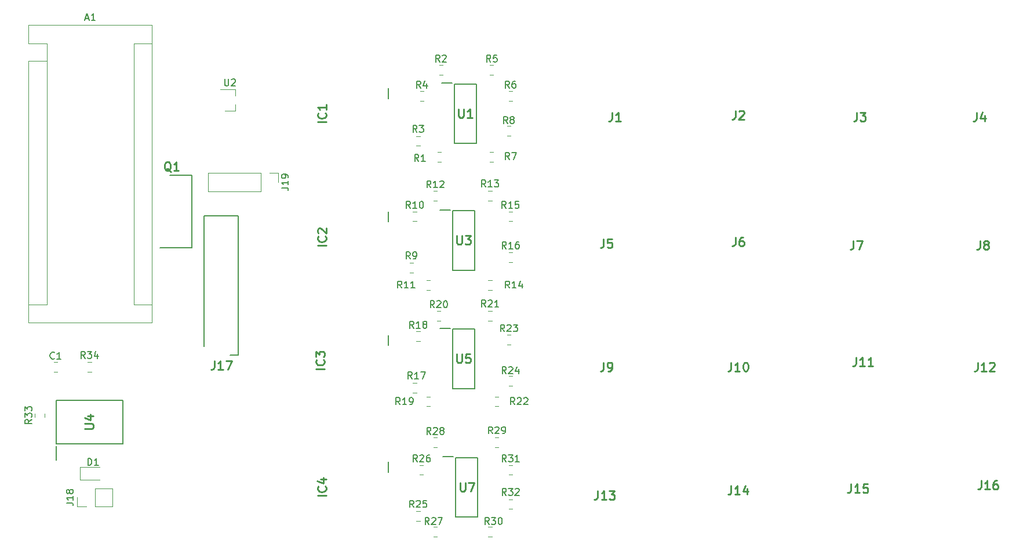
<source format=gbr>
%TF.GenerationSoftware,KiCad,Pcbnew,(5.1.7)-1*%
%TF.CreationDate,2020-11-01T20:21:32+01:00*%
%TF.ProjectId,MidiToCV,4d696469-546f-4435-962e-6b696361645f,rev?*%
%TF.SameCoordinates,Original*%
%TF.FileFunction,Legend,Top*%
%TF.FilePolarity,Positive*%
%FSLAX46Y46*%
G04 Gerber Fmt 4.6, Leading zero omitted, Abs format (unit mm)*
G04 Created by KiCad (PCBNEW (5.1.7)-1) date 2020-11-01 20:21:32*
%MOMM*%
%LPD*%
G01*
G04 APERTURE LIST*
%ADD10C,0.200000*%
%ADD11C,0.120000*%
%ADD12C,0.254000*%
%ADD13C,0.150000*%
G04 APERTURE END LIST*
D10*
%TO.C,U4*%
X42660000Y-75150000D02*
X42660000Y-68850000D01*
X42660000Y-68850000D02*
X52340000Y-68850000D01*
X52340000Y-68850000D02*
X52340000Y-75150000D01*
X52340000Y-75150000D02*
X42660000Y-75150000D01*
X42615000Y-77600000D02*
X42615000Y-75500000D01*
D11*
%TO.C,J19*%
X64800000Y-35670000D02*
X64800000Y-38330000D01*
X72480000Y-35670000D02*
X64800000Y-35670000D01*
X72480000Y-38330000D02*
X64800000Y-38330000D01*
X72480000Y-35670000D02*
X72480000Y-38330000D01*
X73750000Y-35670000D02*
X75080000Y-35670000D01*
X75080000Y-35670000D02*
X75080000Y-37000000D01*
D10*
%TO.C,Q1*%
X57750000Y-46560000D02*
X62450000Y-46560000D01*
X62450000Y-46560000D02*
X62450000Y-36020000D01*
X62450000Y-36020000D02*
X59250000Y-36020000D01*
D11*
%TO.C,R34*%
X47761252Y-64710000D02*
X47238748Y-64710000D01*
X47761252Y-63290000D02*
X47238748Y-63290000D01*
%TO.C,R33*%
X39540000Y-71286252D02*
X39540000Y-70763748D01*
X40960000Y-71286252D02*
X40960000Y-70763748D01*
%TO.C,J18*%
X50870000Y-84330000D02*
X50870000Y-81670000D01*
X48270000Y-84330000D02*
X50870000Y-84330000D01*
X48270000Y-81670000D02*
X50870000Y-81670000D01*
X48270000Y-84330000D02*
X48270000Y-81670000D01*
X47000000Y-84330000D02*
X45670000Y-84330000D01*
X45670000Y-84330000D02*
X45670000Y-83000000D01*
D10*
%TO.C,J17*%
X68000000Y-62270000D02*
X69210000Y-62270000D01*
X69210000Y-62270000D02*
X69210000Y-41950000D01*
X69210000Y-41950000D02*
X64250000Y-41950000D01*
X64250000Y-41950000D02*
X64250000Y-61000000D01*
D11*
%TO.C,D1*%
X49000000Y-78540000D02*
X46140000Y-78540000D01*
X46140000Y-78540000D02*
X46140000Y-80460000D01*
X46140000Y-80460000D02*
X49000000Y-80460000D01*
%TO.C,C1*%
X42263748Y-63290000D02*
X42786252Y-63290000D01*
X42263748Y-64710000D02*
X42786252Y-64710000D01*
%TO.C,U2*%
X68760000Y-26580000D02*
X68760000Y-25650000D01*
X68760000Y-23420000D02*
X68760000Y-24350000D01*
X68760000Y-23420000D02*
X66600000Y-23420000D01*
X68760000Y-26580000D02*
X67300000Y-26580000D01*
D10*
%TO.C,IC4*%
X91150000Y-77825000D02*
X91150000Y-79300000D01*
%TO.C,IC3*%
X91150000Y-59325000D02*
X91150000Y-60800000D01*
%TO.C,IC2*%
X91150000Y-41325000D02*
X91150000Y-42800000D01*
%TO.C,IC1*%
X91150000Y-23325000D02*
X91150000Y-24800000D01*
%TO.C,U7*%
X101005000Y-77190000D02*
X104205000Y-77190000D01*
X104205000Y-77190000D02*
X104205000Y-85840000D01*
X104205000Y-85840000D02*
X101005000Y-85840000D01*
X101005000Y-85840000D02*
X101005000Y-77190000D01*
X99130000Y-77030000D02*
X100655000Y-77030000D01*
%TO.C,U5*%
X100525000Y-58460000D02*
X103725000Y-58460000D01*
X103725000Y-58460000D02*
X103725000Y-67110000D01*
X103725000Y-67110000D02*
X100525000Y-67110000D01*
X100525000Y-67110000D02*
X100525000Y-58460000D01*
X98650000Y-58300000D02*
X100175000Y-58300000D01*
%TO.C,U3*%
X100525000Y-41190000D02*
X103725000Y-41190000D01*
X103725000Y-41190000D02*
X103725000Y-49840000D01*
X103725000Y-49840000D02*
X100525000Y-49840000D01*
X100525000Y-49840000D02*
X100525000Y-41190000D01*
X98650000Y-41030000D02*
X100175000Y-41030000D01*
D11*
%TO.C,R32*%
X109261252Y-84710000D02*
X108738748Y-84710000D01*
X109261252Y-83290000D02*
X108738748Y-83290000D01*
%TO.C,R31*%
X108738748Y-78290000D02*
X109261252Y-78290000D01*
X108738748Y-79710000D02*
X109261252Y-79710000D01*
%TO.C,R30*%
X105738748Y-87290000D02*
X106261252Y-87290000D01*
X105738748Y-88710000D02*
X106261252Y-88710000D01*
%TO.C,R29*%
X107261252Y-75710000D02*
X106738748Y-75710000D01*
X107261252Y-74290000D02*
X106738748Y-74290000D01*
%TO.C,R28*%
X97738748Y-74290000D02*
X98261252Y-74290000D01*
X97738748Y-75710000D02*
X98261252Y-75710000D01*
%TO.C,R27*%
X98261252Y-88710000D02*
X97738748Y-88710000D01*
X98261252Y-87290000D02*
X97738748Y-87290000D01*
%TO.C,R26*%
X95738748Y-78290000D02*
X96261252Y-78290000D01*
X95738748Y-79710000D02*
X96261252Y-79710000D01*
%TO.C,R25*%
X95761252Y-86460000D02*
X95238748Y-86460000D01*
X95761252Y-85040000D02*
X95238748Y-85040000D01*
%TO.C,R24*%
X109261252Y-66710000D02*
X108738748Y-66710000D01*
X109261252Y-65290000D02*
X108738748Y-65290000D01*
%TO.C,R23*%
X108488748Y-59290000D02*
X109011252Y-59290000D01*
X108488748Y-60710000D02*
X109011252Y-60710000D01*
%TO.C,R22*%
X106738748Y-68290000D02*
X107261252Y-68290000D01*
X106738748Y-69710000D02*
X107261252Y-69710000D01*
%TO.C,R21*%
X106261252Y-57210000D02*
X105738748Y-57210000D01*
X106261252Y-55790000D02*
X105738748Y-55790000D01*
%TO.C,R20*%
X98238748Y-55790000D02*
X98761252Y-55790000D01*
X98238748Y-57210000D02*
X98761252Y-57210000D01*
%TO.C,R19*%
X97261252Y-69710000D02*
X96738748Y-69710000D01*
X97261252Y-68290000D02*
X96738748Y-68290000D01*
%TO.C,R18*%
X95238748Y-58790000D02*
X95761252Y-58790000D01*
X95238748Y-60210000D02*
X95761252Y-60210000D01*
%TO.C,R17*%
X95261252Y-67710000D02*
X94738748Y-67710000D01*
X95261252Y-66290000D02*
X94738748Y-66290000D01*
%TO.C,R16*%
X109261252Y-48710000D02*
X108738748Y-48710000D01*
X109261252Y-47290000D02*
X108738748Y-47290000D01*
%TO.C,R15*%
X108713748Y-41290000D02*
X109236252Y-41290000D01*
X108713748Y-42710000D02*
X109236252Y-42710000D01*
%TO.C,R14*%
X105738748Y-51290000D02*
X106261252Y-51290000D01*
X105738748Y-52710000D02*
X106261252Y-52710000D01*
%TO.C,R13*%
X106261252Y-39710000D02*
X105738748Y-39710000D01*
X106261252Y-38290000D02*
X105738748Y-38290000D01*
%TO.C,R12*%
X97738748Y-38290000D02*
X98261252Y-38290000D01*
X97738748Y-39710000D02*
X98261252Y-39710000D01*
%TO.C,R11*%
X97261252Y-52710000D02*
X96738748Y-52710000D01*
X97261252Y-51290000D02*
X96738748Y-51290000D01*
%TO.C,R10*%
X94738748Y-41290000D02*
X95261252Y-41290000D01*
X94738748Y-42710000D02*
X95261252Y-42710000D01*
%TO.C,R9*%
X94761252Y-50210000D02*
X94238748Y-50210000D01*
X94761252Y-48790000D02*
X94238748Y-48790000D01*
D10*
%TO.C,U1*%
X100780000Y-22665000D02*
X103980000Y-22665000D01*
X103980000Y-22665000D02*
X103980000Y-31315000D01*
X103980000Y-31315000D02*
X100780000Y-31315000D01*
X100780000Y-31315000D02*
X100780000Y-22665000D01*
X98905000Y-22505000D02*
X100430000Y-22505000D01*
D11*
%TO.C,R8*%
X108991252Y-30240000D02*
X108468748Y-30240000D01*
X108991252Y-28820000D02*
X108468748Y-28820000D01*
%TO.C,R7*%
X105928748Y-32630000D02*
X106451252Y-32630000D01*
X105928748Y-34050000D02*
X106451252Y-34050000D01*
%TO.C,R6*%
X108738748Y-23740000D02*
X109261252Y-23740000D01*
X108738748Y-25160000D02*
X109261252Y-25160000D01*
%TO.C,R5*%
X106451252Y-21350000D02*
X105928748Y-21350000D01*
X106451252Y-19930000D02*
X105928748Y-19930000D01*
%TO.C,R4*%
X95768748Y-23740000D02*
X96291252Y-23740000D01*
X95768748Y-25160000D02*
X96291252Y-25160000D01*
%TO.C,R3*%
X95761252Y-31710000D02*
X95238748Y-31710000D01*
X95761252Y-30290000D02*
X95238748Y-30290000D01*
%TO.C,R2*%
X98553748Y-19930000D02*
X99076252Y-19930000D01*
X98553748Y-21350000D02*
X99076252Y-21350000D01*
%TO.C,R1*%
X98831252Y-34050000D02*
X98308748Y-34050000D01*
X98831252Y-32630000D02*
X98308748Y-32630000D01*
%TO.C,A1*%
X41270000Y-19270000D02*
X41270000Y-16730000D01*
X41270000Y-16730000D02*
X38600000Y-16730000D01*
X38600000Y-19270000D02*
X38600000Y-57500000D01*
X38600000Y-14060000D02*
X38600000Y-16730000D01*
X53970000Y-16730000D02*
X56640000Y-16730000D01*
X53970000Y-16730000D02*
X53970000Y-54830000D01*
X53970000Y-54830000D02*
X56640000Y-54830000D01*
X41270000Y-19270000D02*
X38600000Y-19270000D01*
X41270000Y-19270000D02*
X41270000Y-54830000D01*
X41270000Y-54830000D02*
X38600000Y-54830000D01*
X38600000Y-57500000D02*
X56640000Y-57500000D01*
X56640000Y-57500000D02*
X56640000Y-14060000D01*
X56640000Y-14060000D02*
X38600000Y-14060000D01*
%TO.C,J14*%
D12*
X141221904Y-81304523D02*
X141221904Y-82211666D01*
X141161428Y-82393095D01*
X141040476Y-82514047D01*
X140859047Y-82574523D01*
X140738095Y-82574523D01*
X142491904Y-82574523D02*
X141766190Y-82574523D01*
X142129047Y-82574523D02*
X142129047Y-81304523D01*
X142008095Y-81485952D01*
X141887142Y-81606904D01*
X141766190Y-81667380D01*
X143580476Y-81727857D02*
X143580476Y-82574523D01*
X143278095Y-81244047D02*
X142975714Y-82151190D01*
X143761904Y-82151190D01*
%TO.C,J10*%
X141221904Y-63304523D02*
X141221904Y-64211666D01*
X141161428Y-64393095D01*
X141040476Y-64514047D01*
X140859047Y-64574523D01*
X140738095Y-64574523D01*
X142491904Y-64574523D02*
X141766190Y-64574523D01*
X142129047Y-64574523D02*
X142129047Y-63304523D01*
X142008095Y-63485952D01*
X141887142Y-63606904D01*
X141766190Y-63667380D01*
X143278095Y-63304523D02*
X143399047Y-63304523D01*
X143520000Y-63365000D01*
X143580476Y-63425476D01*
X143640952Y-63546428D01*
X143701428Y-63788333D01*
X143701428Y-64090714D01*
X143640952Y-64332619D01*
X143580476Y-64453571D01*
X143520000Y-64514047D01*
X143399047Y-64574523D01*
X143278095Y-64574523D01*
X143157142Y-64514047D01*
X143096666Y-64453571D01*
X143036190Y-64332619D01*
X142975714Y-64090714D01*
X142975714Y-63788333D01*
X143036190Y-63546428D01*
X143096666Y-63425476D01*
X143157142Y-63365000D01*
X143278095Y-63304523D01*
%TO.C,J6*%
X141826666Y-45054523D02*
X141826666Y-45961666D01*
X141766190Y-46143095D01*
X141645238Y-46264047D01*
X141463809Y-46324523D01*
X141342857Y-46324523D01*
X142975714Y-45054523D02*
X142733809Y-45054523D01*
X142612857Y-45115000D01*
X142552380Y-45175476D01*
X142431428Y-45356904D01*
X142370952Y-45598809D01*
X142370952Y-46082619D01*
X142431428Y-46203571D01*
X142491904Y-46264047D01*
X142612857Y-46324523D01*
X142854761Y-46324523D01*
X142975714Y-46264047D01*
X143036190Y-46203571D01*
X143096666Y-46082619D01*
X143096666Y-45780238D01*
X143036190Y-45659285D01*
X142975714Y-45598809D01*
X142854761Y-45538333D01*
X142612857Y-45538333D01*
X142491904Y-45598809D01*
X142431428Y-45659285D01*
X142370952Y-45780238D01*
%TO.C,J2*%
X141826666Y-26554523D02*
X141826666Y-27461666D01*
X141766190Y-27643095D01*
X141645238Y-27764047D01*
X141463809Y-27824523D01*
X141342857Y-27824523D01*
X142370952Y-26675476D02*
X142431428Y-26615000D01*
X142552380Y-26554523D01*
X142854761Y-26554523D01*
X142975714Y-26615000D01*
X143036190Y-26675476D01*
X143096666Y-26796428D01*
X143096666Y-26917380D01*
X143036190Y-27098809D01*
X142310476Y-27824523D01*
X143096666Y-27824523D01*
%TO.C,U4*%
X46804523Y-72967619D02*
X47832619Y-72967619D01*
X47953571Y-72907142D01*
X48014047Y-72846666D01*
X48074523Y-72725714D01*
X48074523Y-72483809D01*
X48014047Y-72362857D01*
X47953571Y-72302380D01*
X47832619Y-72241904D01*
X46804523Y-72241904D01*
X47227857Y-71092857D02*
X48074523Y-71092857D01*
X46744047Y-71395238D02*
X47651190Y-71697619D01*
X47651190Y-70911428D01*
%TO.C,J19*%
D13*
X75532380Y-37809523D02*
X76246666Y-37809523D01*
X76389523Y-37857142D01*
X76484761Y-37952380D01*
X76532380Y-38095238D01*
X76532380Y-38190476D01*
X76532380Y-36809523D02*
X76532380Y-37380952D01*
X76532380Y-37095238D02*
X75532380Y-37095238D01*
X75675238Y-37190476D01*
X75770476Y-37285714D01*
X75818095Y-37380952D01*
X76532380Y-36333333D02*
X76532380Y-36142857D01*
X76484761Y-36047619D01*
X76437142Y-36000000D01*
X76294285Y-35904761D01*
X76103809Y-35857142D01*
X75722857Y-35857142D01*
X75627619Y-35904761D01*
X75580000Y-35952380D01*
X75532380Y-36047619D01*
X75532380Y-36238095D01*
X75580000Y-36333333D01*
X75627619Y-36380952D01*
X75722857Y-36428571D01*
X75960952Y-36428571D01*
X76056190Y-36380952D01*
X76103809Y-36333333D01*
X76151428Y-36238095D01*
X76151428Y-36047619D01*
X76103809Y-35952380D01*
X76056190Y-35904761D01*
X75960952Y-35857142D01*
%TO.C,J8*%
D12*
X177576666Y-45554523D02*
X177576666Y-46461666D01*
X177516190Y-46643095D01*
X177395238Y-46764047D01*
X177213809Y-46824523D01*
X177092857Y-46824523D01*
X178362857Y-46098809D02*
X178241904Y-46038333D01*
X178181428Y-45977857D01*
X178120952Y-45856904D01*
X178120952Y-45796428D01*
X178181428Y-45675476D01*
X178241904Y-45615000D01*
X178362857Y-45554523D01*
X178604761Y-45554523D01*
X178725714Y-45615000D01*
X178786190Y-45675476D01*
X178846666Y-45796428D01*
X178846666Y-45856904D01*
X178786190Y-45977857D01*
X178725714Y-46038333D01*
X178604761Y-46098809D01*
X178362857Y-46098809D01*
X178241904Y-46159285D01*
X178181428Y-46219761D01*
X178120952Y-46340714D01*
X178120952Y-46582619D01*
X178181428Y-46703571D01*
X178241904Y-46764047D01*
X178362857Y-46824523D01*
X178604761Y-46824523D01*
X178725714Y-46764047D01*
X178786190Y-46703571D01*
X178846666Y-46582619D01*
X178846666Y-46340714D01*
X178786190Y-46219761D01*
X178725714Y-46159285D01*
X178604761Y-46098809D01*
%TO.C,J16*%
X177721904Y-80554523D02*
X177721904Y-81461666D01*
X177661428Y-81643095D01*
X177540476Y-81764047D01*
X177359047Y-81824523D01*
X177238095Y-81824523D01*
X178991904Y-81824523D02*
X178266190Y-81824523D01*
X178629047Y-81824523D02*
X178629047Y-80554523D01*
X178508095Y-80735952D01*
X178387142Y-80856904D01*
X178266190Y-80917380D01*
X180080476Y-80554523D02*
X179838571Y-80554523D01*
X179717619Y-80615000D01*
X179657142Y-80675476D01*
X179536190Y-80856904D01*
X179475714Y-81098809D01*
X179475714Y-81582619D01*
X179536190Y-81703571D01*
X179596666Y-81764047D01*
X179717619Y-81824523D01*
X179959523Y-81824523D01*
X180080476Y-81764047D01*
X180140952Y-81703571D01*
X180201428Y-81582619D01*
X180201428Y-81280238D01*
X180140952Y-81159285D01*
X180080476Y-81098809D01*
X179959523Y-81038333D01*
X179717619Y-81038333D01*
X179596666Y-81098809D01*
X179536190Y-81159285D01*
X179475714Y-81280238D01*
%TO.C,J15*%
X158721904Y-81054523D02*
X158721904Y-81961666D01*
X158661428Y-82143095D01*
X158540476Y-82264047D01*
X158359047Y-82324523D01*
X158238095Y-82324523D01*
X159991904Y-82324523D02*
X159266190Y-82324523D01*
X159629047Y-82324523D02*
X159629047Y-81054523D01*
X159508095Y-81235952D01*
X159387142Y-81356904D01*
X159266190Y-81417380D01*
X161140952Y-81054523D02*
X160536190Y-81054523D01*
X160475714Y-81659285D01*
X160536190Y-81598809D01*
X160657142Y-81538333D01*
X160959523Y-81538333D01*
X161080476Y-81598809D01*
X161140952Y-81659285D01*
X161201428Y-81780238D01*
X161201428Y-82082619D01*
X161140952Y-82203571D01*
X161080476Y-82264047D01*
X160959523Y-82324523D01*
X160657142Y-82324523D01*
X160536190Y-82264047D01*
X160475714Y-82203571D01*
%TO.C,J13*%
X121721904Y-82054523D02*
X121721904Y-82961666D01*
X121661428Y-83143095D01*
X121540476Y-83264047D01*
X121359047Y-83324523D01*
X121238095Y-83324523D01*
X122991904Y-83324523D02*
X122266190Y-83324523D01*
X122629047Y-83324523D02*
X122629047Y-82054523D01*
X122508095Y-82235952D01*
X122387142Y-82356904D01*
X122266190Y-82417380D01*
X123415238Y-82054523D02*
X124201428Y-82054523D01*
X123778095Y-82538333D01*
X123959523Y-82538333D01*
X124080476Y-82598809D01*
X124140952Y-82659285D01*
X124201428Y-82780238D01*
X124201428Y-83082619D01*
X124140952Y-83203571D01*
X124080476Y-83264047D01*
X123959523Y-83324523D01*
X123596666Y-83324523D01*
X123475714Y-83264047D01*
X123415238Y-83203571D01*
%TO.C,J12*%
X177221904Y-63304523D02*
X177221904Y-64211666D01*
X177161428Y-64393095D01*
X177040476Y-64514047D01*
X176859047Y-64574523D01*
X176738095Y-64574523D01*
X178491904Y-64574523D02*
X177766190Y-64574523D01*
X178129047Y-64574523D02*
X178129047Y-63304523D01*
X178008095Y-63485952D01*
X177887142Y-63606904D01*
X177766190Y-63667380D01*
X178975714Y-63425476D02*
X179036190Y-63365000D01*
X179157142Y-63304523D01*
X179459523Y-63304523D01*
X179580476Y-63365000D01*
X179640952Y-63425476D01*
X179701428Y-63546428D01*
X179701428Y-63667380D01*
X179640952Y-63848809D01*
X178915238Y-64574523D01*
X179701428Y-64574523D01*
%TO.C,J11*%
X159471904Y-62554523D02*
X159471904Y-63461666D01*
X159411428Y-63643095D01*
X159290476Y-63764047D01*
X159109047Y-63824523D01*
X158988095Y-63824523D01*
X160741904Y-63824523D02*
X160016190Y-63824523D01*
X160379047Y-63824523D02*
X160379047Y-62554523D01*
X160258095Y-62735952D01*
X160137142Y-62856904D01*
X160016190Y-62917380D01*
X161951428Y-63824523D02*
X161225714Y-63824523D01*
X161588571Y-63824523D02*
X161588571Y-62554523D01*
X161467619Y-62735952D01*
X161346666Y-62856904D01*
X161225714Y-62917380D01*
%TO.C,J9*%
X122576666Y-63304523D02*
X122576666Y-64211666D01*
X122516190Y-64393095D01*
X122395238Y-64514047D01*
X122213809Y-64574523D01*
X122092857Y-64574523D01*
X123241904Y-64574523D02*
X123483809Y-64574523D01*
X123604761Y-64514047D01*
X123665238Y-64453571D01*
X123786190Y-64272142D01*
X123846666Y-64030238D01*
X123846666Y-63546428D01*
X123786190Y-63425476D01*
X123725714Y-63365000D01*
X123604761Y-63304523D01*
X123362857Y-63304523D01*
X123241904Y-63365000D01*
X123181428Y-63425476D01*
X123120952Y-63546428D01*
X123120952Y-63848809D01*
X123181428Y-63969761D01*
X123241904Y-64030238D01*
X123362857Y-64090714D01*
X123604761Y-64090714D01*
X123725714Y-64030238D01*
X123786190Y-63969761D01*
X123846666Y-63848809D01*
%TO.C,J7*%
X159076666Y-45554523D02*
X159076666Y-46461666D01*
X159016190Y-46643095D01*
X158895238Y-46764047D01*
X158713809Y-46824523D01*
X158592857Y-46824523D01*
X159560476Y-45554523D02*
X160407142Y-45554523D01*
X159862857Y-46824523D01*
%TO.C,J5*%
X122576666Y-45304523D02*
X122576666Y-46211666D01*
X122516190Y-46393095D01*
X122395238Y-46514047D01*
X122213809Y-46574523D01*
X122092857Y-46574523D01*
X123786190Y-45304523D02*
X123181428Y-45304523D01*
X123120952Y-45909285D01*
X123181428Y-45848809D01*
X123302380Y-45788333D01*
X123604761Y-45788333D01*
X123725714Y-45848809D01*
X123786190Y-45909285D01*
X123846666Y-46030238D01*
X123846666Y-46332619D01*
X123786190Y-46453571D01*
X123725714Y-46514047D01*
X123604761Y-46574523D01*
X123302380Y-46574523D01*
X123181428Y-46514047D01*
X123120952Y-46453571D01*
%TO.C,J4*%
X177076666Y-26804523D02*
X177076666Y-27711666D01*
X177016190Y-27893095D01*
X176895238Y-28014047D01*
X176713809Y-28074523D01*
X176592857Y-28074523D01*
X178225714Y-27227857D02*
X178225714Y-28074523D01*
X177923333Y-26744047D02*
X177620952Y-27651190D01*
X178407142Y-27651190D01*
%TO.C,J1*%
X123826666Y-26804523D02*
X123826666Y-27711666D01*
X123766190Y-27893095D01*
X123645238Y-28014047D01*
X123463809Y-28074523D01*
X123342857Y-28074523D01*
X125096666Y-28074523D02*
X124370952Y-28074523D01*
X124733809Y-28074523D02*
X124733809Y-26804523D01*
X124612857Y-26985952D01*
X124491904Y-27106904D01*
X124370952Y-27167380D01*
%TO.C,J3*%
X159576666Y-26804523D02*
X159576666Y-27711666D01*
X159516190Y-27893095D01*
X159395238Y-28014047D01*
X159213809Y-28074523D01*
X159092857Y-28074523D01*
X160060476Y-26804523D02*
X160846666Y-26804523D01*
X160423333Y-27288333D01*
X160604761Y-27288333D01*
X160725714Y-27348809D01*
X160786190Y-27409285D01*
X160846666Y-27530238D01*
X160846666Y-27832619D01*
X160786190Y-27953571D01*
X160725714Y-28014047D01*
X160604761Y-28074523D01*
X160241904Y-28074523D01*
X160120952Y-28014047D01*
X160060476Y-27953571D01*
%TO.C,Q1*%
X59379047Y-35445476D02*
X59258095Y-35385000D01*
X59137142Y-35264047D01*
X58955714Y-35082619D01*
X58834761Y-35022142D01*
X58713809Y-35022142D01*
X58774285Y-35324523D02*
X58653333Y-35264047D01*
X58532380Y-35143095D01*
X58471904Y-34901190D01*
X58471904Y-34477857D01*
X58532380Y-34235952D01*
X58653333Y-34115000D01*
X58774285Y-34054523D01*
X59016190Y-34054523D01*
X59137142Y-34115000D01*
X59258095Y-34235952D01*
X59318571Y-34477857D01*
X59318571Y-34901190D01*
X59258095Y-35143095D01*
X59137142Y-35264047D01*
X59016190Y-35324523D01*
X58774285Y-35324523D01*
X60528095Y-35324523D02*
X59802380Y-35324523D01*
X60165238Y-35324523D02*
X60165238Y-34054523D01*
X60044285Y-34235952D01*
X59923333Y-34356904D01*
X59802380Y-34417380D01*
%TO.C,R34*%
D13*
X46857142Y-62702380D02*
X46523809Y-62226190D01*
X46285714Y-62702380D02*
X46285714Y-61702380D01*
X46666666Y-61702380D01*
X46761904Y-61750000D01*
X46809523Y-61797619D01*
X46857142Y-61892857D01*
X46857142Y-62035714D01*
X46809523Y-62130952D01*
X46761904Y-62178571D01*
X46666666Y-62226190D01*
X46285714Y-62226190D01*
X47190476Y-61702380D02*
X47809523Y-61702380D01*
X47476190Y-62083333D01*
X47619047Y-62083333D01*
X47714285Y-62130952D01*
X47761904Y-62178571D01*
X47809523Y-62273809D01*
X47809523Y-62511904D01*
X47761904Y-62607142D01*
X47714285Y-62654761D01*
X47619047Y-62702380D01*
X47333333Y-62702380D01*
X47238095Y-62654761D01*
X47190476Y-62607142D01*
X48666666Y-62035714D02*
X48666666Y-62702380D01*
X48428571Y-61654761D02*
X48190476Y-62369047D01*
X48809523Y-62369047D01*
%TO.C,R33*%
X39052380Y-71667857D02*
X38576190Y-72001190D01*
X39052380Y-72239285D02*
X38052380Y-72239285D01*
X38052380Y-71858333D01*
X38100000Y-71763095D01*
X38147619Y-71715476D01*
X38242857Y-71667857D01*
X38385714Y-71667857D01*
X38480952Y-71715476D01*
X38528571Y-71763095D01*
X38576190Y-71858333D01*
X38576190Y-72239285D01*
X38052380Y-71334523D02*
X38052380Y-70715476D01*
X38433333Y-71048809D01*
X38433333Y-70905952D01*
X38480952Y-70810714D01*
X38528571Y-70763095D01*
X38623809Y-70715476D01*
X38861904Y-70715476D01*
X38957142Y-70763095D01*
X39004761Y-70810714D01*
X39052380Y-70905952D01*
X39052380Y-71191666D01*
X39004761Y-71286904D01*
X38957142Y-71334523D01*
X38052380Y-70382142D02*
X38052380Y-69763095D01*
X38433333Y-70096428D01*
X38433333Y-69953571D01*
X38480952Y-69858333D01*
X38528571Y-69810714D01*
X38623809Y-69763095D01*
X38861904Y-69763095D01*
X38957142Y-69810714D01*
X39004761Y-69858333D01*
X39052380Y-69953571D01*
X39052380Y-70239285D01*
X39004761Y-70334523D01*
X38957142Y-70382142D01*
%TO.C,J18*%
X44122380Y-83809523D02*
X44836666Y-83809523D01*
X44979523Y-83857142D01*
X45074761Y-83952380D01*
X45122380Y-84095238D01*
X45122380Y-84190476D01*
X45122380Y-82809523D02*
X45122380Y-83380952D01*
X45122380Y-83095238D02*
X44122380Y-83095238D01*
X44265238Y-83190476D01*
X44360476Y-83285714D01*
X44408095Y-83380952D01*
X44550952Y-82238095D02*
X44503333Y-82333333D01*
X44455714Y-82380952D01*
X44360476Y-82428571D01*
X44312857Y-82428571D01*
X44217619Y-82380952D01*
X44170000Y-82333333D01*
X44122380Y-82238095D01*
X44122380Y-82047619D01*
X44170000Y-81952380D01*
X44217619Y-81904761D01*
X44312857Y-81857142D01*
X44360476Y-81857142D01*
X44455714Y-81904761D01*
X44503333Y-81952380D01*
X44550952Y-82047619D01*
X44550952Y-82238095D01*
X44598571Y-82333333D01*
X44646190Y-82380952D01*
X44741428Y-82428571D01*
X44931904Y-82428571D01*
X45027142Y-82380952D01*
X45074761Y-82333333D01*
X45122380Y-82238095D01*
X45122380Y-82047619D01*
X45074761Y-81952380D01*
X45027142Y-81904761D01*
X44931904Y-81857142D01*
X44741428Y-81857142D01*
X44646190Y-81904761D01*
X44598571Y-81952380D01*
X44550952Y-82047619D01*
%TO.C,J17*%
D12*
X65721904Y-63054523D02*
X65721904Y-63961666D01*
X65661428Y-64143095D01*
X65540476Y-64264047D01*
X65359047Y-64324523D01*
X65238095Y-64324523D01*
X66991904Y-64324523D02*
X66266190Y-64324523D01*
X66629047Y-64324523D02*
X66629047Y-63054523D01*
X66508095Y-63235952D01*
X66387142Y-63356904D01*
X66266190Y-63417380D01*
X67415238Y-63054523D02*
X68261904Y-63054523D01*
X67717619Y-64324523D01*
%TO.C,D1*%
D13*
X47261904Y-78302380D02*
X47261904Y-77302380D01*
X47500000Y-77302380D01*
X47642857Y-77350000D01*
X47738095Y-77445238D01*
X47785714Y-77540476D01*
X47833333Y-77730952D01*
X47833333Y-77873809D01*
X47785714Y-78064285D01*
X47738095Y-78159523D01*
X47642857Y-78254761D01*
X47500000Y-78302380D01*
X47261904Y-78302380D01*
X48785714Y-78302380D02*
X48214285Y-78302380D01*
X48500000Y-78302380D02*
X48500000Y-77302380D01*
X48404761Y-77445238D01*
X48309523Y-77540476D01*
X48214285Y-77588095D01*
%TO.C,C1*%
X42358333Y-62707142D02*
X42310714Y-62754761D01*
X42167857Y-62802380D01*
X42072619Y-62802380D01*
X41929761Y-62754761D01*
X41834523Y-62659523D01*
X41786904Y-62564285D01*
X41739285Y-62373809D01*
X41739285Y-62230952D01*
X41786904Y-62040476D01*
X41834523Y-61945238D01*
X41929761Y-61850000D01*
X42072619Y-61802380D01*
X42167857Y-61802380D01*
X42310714Y-61850000D01*
X42358333Y-61897619D01*
X43310714Y-62802380D02*
X42739285Y-62802380D01*
X43025000Y-62802380D02*
X43025000Y-61802380D01*
X42929761Y-61945238D01*
X42834523Y-62040476D01*
X42739285Y-62088095D01*
%TO.C,U2*%
X67238095Y-21952380D02*
X67238095Y-22761904D01*
X67285714Y-22857142D01*
X67333333Y-22904761D01*
X67428571Y-22952380D01*
X67619047Y-22952380D01*
X67714285Y-22904761D01*
X67761904Y-22857142D01*
X67809523Y-22761904D01*
X67809523Y-21952380D01*
X68238095Y-22047619D02*
X68285714Y-22000000D01*
X68380952Y-21952380D01*
X68619047Y-21952380D01*
X68714285Y-22000000D01*
X68761904Y-22047619D01*
X68809523Y-22142857D01*
X68809523Y-22238095D01*
X68761904Y-22380952D01*
X68190476Y-22952380D01*
X68809523Y-22952380D01*
%TO.C,IC4*%
D12*
X82074523Y-82739761D02*
X80804523Y-82739761D01*
X81953571Y-81409285D02*
X82014047Y-81469761D01*
X82074523Y-81651190D01*
X82074523Y-81772142D01*
X82014047Y-81953571D01*
X81893095Y-82074523D01*
X81772142Y-82135000D01*
X81530238Y-82195476D01*
X81348809Y-82195476D01*
X81106904Y-82135000D01*
X80985952Y-82074523D01*
X80865000Y-81953571D01*
X80804523Y-81772142D01*
X80804523Y-81651190D01*
X80865000Y-81469761D01*
X80925476Y-81409285D01*
X81227857Y-80320714D02*
X82074523Y-80320714D01*
X80744047Y-80623095D02*
X81651190Y-80925476D01*
X81651190Y-80139285D01*
%TO.C,IC3*%
X81824523Y-64239761D02*
X80554523Y-64239761D01*
X81703571Y-62909285D02*
X81764047Y-62969761D01*
X81824523Y-63151190D01*
X81824523Y-63272142D01*
X81764047Y-63453571D01*
X81643095Y-63574523D01*
X81522142Y-63635000D01*
X81280238Y-63695476D01*
X81098809Y-63695476D01*
X80856904Y-63635000D01*
X80735952Y-63574523D01*
X80615000Y-63453571D01*
X80554523Y-63272142D01*
X80554523Y-63151190D01*
X80615000Y-62969761D01*
X80675476Y-62909285D01*
X80554523Y-62485952D02*
X80554523Y-61699761D01*
X81038333Y-62123095D01*
X81038333Y-61941666D01*
X81098809Y-61820714D01*
X81159285Y-61760238D01*
X81280238Y-61699761D01*
X81582619Y-61699761D01*
X81703571Y-61760238D01*
X81764047Y-61820714D01*
X81824523Y-61941666D01*
X81824523Y-62304523D01*
X81764047Y-62425476D01*
X81703571Y-62485952D01*
%TO.C,IC2*%
X82074523Y-46239761D02*
X80804523Y-46239761D01*
X81953571Y-44909285D02*
X82014047Y-44969761D01*
X82074523Y-45151190D01*
X82074523Y-45272142D01*
X82014047Y-45453571D01*
X81893095Y-45574523D01*
X81772142Y-45635000D01*
X81530238Y-45695476D01*
X81348809Y-45695476D01*
X81106904Y-45635000D01*
X80985952Y-45574523D01*
X80865000Y-45453571D01*
X80804523Y-45272142D01*
X80804523Y-45151190D01*
X80865000Y-44969761D01*
X80925476Y-44909285D01*
X80925476Y-44425476D02*
X80865000Y-44365000D01*
X80804523Y-44244047D01*
X80804523Y-43941666D01*
X80865000Y-43820714D01*
X80925476Y-43760238D01*
X81046428Y-43699761D01*
X81167380Y-43699761D01*
X81348809Y-43760238D01*
X82074523Y-44485952D01*
X82074523Y-43699761D01*
%TO.C,IC1*%
X82074523Y-28239761D02*
X80804523Y-28239761D01*
X81953571Y-26909285D02*
X82014047Y-26969761D01*
X82074523Y-27151190D01*
X82074523Y-27272142D01*
X82014047Y-27453571D01*
X81893095Y-27574523D01*
X81772142Y-27635000D01*
X81530238Y-27695476D01*
X81348809Y-27695476D01*
X81106904Y-27635000D01*
X80985952Y-27574523D01*
X80865000Y-27453571D01*
X80804523Y-27272142D01*
X80804523Y-27151190D01*
X80865000Y-26969761D01*
X80925476Y-26909285D01*
X82074523Y-25699761D02*
X82074523Y-26425476D01*
X82074523Y-26062619D02*
X80804523Y-26062619D01*
X80985952Y-26183571D01*
X81106904Y-26304523D01*
X81167380Y-26425476D01*
%TO.C,U7*%
X101637380Y-80819523D02*
X101637380Y-81847619D01*
X101697857Y-81968571D01*
X101758333Y-82029047D01*
X101879285Y-82089523D01*
X102121190Y-82089523D01*
X102242142Y-82029047D01*
X102302619Y-81968571D01*
X102363095Y-81847619D01*
X102363095Y-80819523D01*
X102846904Y-80819523D02*
X103693571Y-80819523D01*
X103149285Y-82089523D01*
%TO.C,U5*%
X101157380Y-62089523D02*
X101157380Y-63117619D01*
X101217857Y-63238571D01*
X101278333Y-63299047D01*
X101399285Y-63359523D01*
X101641190Y-63359523D01*
X101762142Y-63299047D01*
X101822619Y-63238571D01*
X101883095Y-63117619D01*
X101883095Y-62089523D01*
X103092619Y-62089523D02*
X102487857Y-62089523D01*
X102427380Y-62694285D01*
X102487857Y-62633809D01*
X102608809Y-62573333D01*
X102911190Y-62573333D01*
X103032142Y-62633809D01*
X103092619Y-62694285D01*
X103153095Y-62815238D01*
X103153095Y-63117619D01*
X103092619Y-63238571D01*
X103032142Y-63299047D01*
X102911190Y-63359523D01*
X102608809Y-63359523D01*
X102487857Y-63299047D01*
X102427380Y-63238571D01*
%TO.C,U3*%
X101157380Y-44819523D02*
X101157380Y-45847619D01*
X101217857Y-45968571D01*
X101278333Y-46029047D01*
X101399285Y-46089523D01*
X101641190Y-46089523D01*
X101762142Y-46029047D01*
X101822619Y-45968571D01*
X101883095Y-45847619D01*
X101883095Y-44819523D01*
X102366904Y-44819523D02*
X103153095Y-44819523D01*
X102729761Y-45303333D01*
X102911190Y-45303333D01*
X103032142Y-45363809D01*
X103092619Y-45424285D01*
X103153095Y-45545238D01*
X103153095Y-45847619D01*
X103092619Y-45968571D01*
X103032142Y-46029047D01*
X102911190Y-46089523D01*
X102548333Y-46089523D01*
X102427380Y-46029047D01*
X102366904Y-45968571D01*
%TO.C,R32*%
D13*
X108357142Y-82702380D02*
X108023809Y-82226190D01*
X107785714Y-82702380D02*
X107785714Y-81702380D01*
X108166666Y-81702380D01*
X108261904Y-81750000D01*
X108309523Y-81797619D01*
X108357142Y-81892857D01*
X108357142Y-82035714D01*
X108309523Y-82130952D01*
X108261904Y-82178571D01*
X108166666Y-82226190D01*
X107785714Y-82226190D01*
X108690476Y-81702380D02*
X109309523Y-81702380D01*
X108976190Y-82083333D01*
X109119047Y-82083333D01*
X109214285Y-82130952D01*
X109261904Y-82178571D01*
X109309523Y-82273809D01*
X109309523Y-82511904D01*
X109261904Y-82607142D01*
X109214285Y-82654761D01*
X109119047Y-82702380D01*
X108833333Y-82702380D01*
X108738095Y-82654761D01*
X108690476Y-82607142D01*
X109690476Y-81797619D02*
X109738095Y-81750000D01*
X109833333Y-81702380D01*
X110071428Y-81702380D01*
X110166666Y-81750000D01*
X110214285Y-81797619D01*
X110261904Y-81892857D01*
X110261904Y-81988095D01*
X110214285Y-82130952D01*
X109642857Y-82702380D01*
X110261904Y-82702380D01*
%TO.C,R31*%
X108357142Y-77802380D02*
X108023809Y-77326190D01*
X107785714Y-77802380D02*
X107785714Y-76802380D01*
X108166666Y-76802380D01*
X108261904Y-76850000D01*
X108309523Y-76897619D01*
X108357142Y-76992857D01*
X108357142Y-77135714D01*
X108309523Y-77230952D01*
X108261904Y-77278571D01*
X108166666Y-77326190D01*
X107785714Y-77326190D01*
X108690476Y-76802380D02*
X109309523Y-76802380D01*
X108976190Y-77183333D01*
X109119047Y-77183333D01*
X109214285Y-77230952D01*
X109261904Y-77278571D01*
X109309523Y-77373809D01*
X109309523Y-77611904D01*
X109261904Y-77707142D01*
X109214285Y-77754761D01*
X109119047Y-77802380D01*
X108833333Y-77802380D01*
X108738095Y-77754761D01*
X108690476Y-77707142D01*
X110261904Y-77802380D02*
X109690476Y-77802380D01*
X109976190Y-77802380D02*
X109976190Y-76802380D01*
X109880952Y-76945238D01*
X109785714Y-77040476D01*
X109690476Y-77088095D01*
%TO.C,R30*%
X105857142Y-86952380D02*
X105523809Y-86476190D01*
X105285714Y-86952380D02*
X105285714Y-85952380D01*
X105666666Y-85952380D01*
X105761904Y-86000000D01*
X105809523Y-86047619D01*
X105857142Y-86142857D01*
X105857142Y-86285714D01*
X105809523Y-86380952D01*
X105761904Y-86428571D01*
X105666666Y-86476190D01*
X105285714Y-86476190D01*
X106190476Y-85952380D02*
X106809523Y-85952380D01*
X106476190Y-86333333D01*
X106619047Y-86333333D01*
X106714285Y-86380952D01*
X106761904Y-86428571D01*
X106809523Y-86523809D01*
X106809523Y-86761904D01*
X106761904Y-86857142D01*
X106714285Y-86904761D01*
X106619047Y-86952380D01*
X106333333Y-86952380D01*
X106238095Y-86904761D01*
X106190476Y-86857142D01*
X107428571Y-85952380D02*
X107523809Y-85952380D01*
X107619047Y-86000000D01*
X107666666Y-86047619D01*
X107714285Y-86142857D01*
X107761904Y-86333333D01*
X107761904Y-86571428D01*
X107714285Y-86761904D01*
X107666666Y-86857142D01*
X107619047Y-86904761D01*
X107523809Y-86952380D01*
X107428571Y-86952380D01*
X107333333Y-86904761D01*
X107285714Y-86857142D01*
X107238095Y-86761904D01*
X107190476Y-86571428D01*
X107190476Y-86333333D01*
X107238095Y-86142857D01*
X107285714Y-86047619D01*
X107333333Y-86000000D01*
X107428571Y-85952380D01*
%TO.C,R29*%
X106357142Y-73702380D02*
X106023809Y-73226190D01*
X105785714Y-73702380D02*
X105785714Y-72702380D01*
X106166666Y-72702380D01*
X106261904Y-72750000D01*
X106309523Y-72797619D01*
X106357142Y-72892857D01*
X106357142Y-73035714D01*
X106309523Y-73130952D01*
X106261904Y-73178571D01*
X106166666Y-73226190D01*
X105785714Y-73226190D01*
X106738095Y-72797619D02*
X106785714Y-72750000D01*
X106880952Y-72702380D01*
X107119047Y-72702380D01*
X107214285Y-72750000D01*
X107261904Y-72797619D01*
X107309523Y-72892857D01*
X107309523Y-72988095D01*
X107261904Y-73130952D01*
X106690476Y-73702380D01*
X107309523Y-73702380D01*
X107785714Y-73702380D02*
X107976190Y-73702380D01*
X108071428Y-73654761D01*
X108119047Y-73607142D01*
X108214285Y-73464285D01*
X108261904Y-73273809D01*
X108261904Y-72892857D01*
X108214285Y-72797619D01*
X108166666Y-72750000D01*
X108071428Y-72702380D01*
X107880952Y-72702380D01*
X107785714Y-72750000D01*
X107738095Y-72797619D01*
X107690476Y-72892857D01*
X107690476Y-73130952D01*
X107738095Y-73226190D01*
X107785714Y-73273809D01*
X107880952Y-73321428D01*
X108071428Y-73321428D01*
X108166666Y-73273809D01*
X108214285Y-73226190D01*
X108261904Y-73130952D01*
%TO.C,R28*%
X97357142Y-73802380D02*
X97023809Y-73326190D01*
X96785714Y-73802380D02*
X96785714Y-72802380D01*
X97166666Y-72802380D01*
X97261904Y-72850000D01*
X97309523Y-72897619D01*
X97357142Y-72992857D01*
X97357142Y-73135714D01*
X97309523Y-73230952D01*
X97261904Y-73278571D01*
X97166666Y-73326190D01*
X96785714Y-73326190D01*
X97738095Y-72897619D02*
X97785714Y-72850000D01*
X97880952Y-72802380D01*
X98119047Y-72802380D01*
X98214285Y-72850000D01*
X98261904Y-72897619D01*
X98309523Y-72992857D01*
X98309523Y-73088095D01*
X98261904Y-73230952D01*
X97690476Y-73802380D01*
X98309523Y-73802380D01*
X98880952Y-73230952D02*
X98785714Y-73183333D01*
X98738095Y-73135714D01*
X98690476Y-73040476D01*
X98690476Y-72992857D01*
X98738095Y-72897619D01*
X98785714Y-72850000D01*
X98880952Y-72802380D01*
X99071428Y-72802380D01*
X99166666Y-72850000D01*
X99214285Y-72897619D01*
X99261904Y-72992857D01*
X99261904Y-73040476D01*
X99214285Y-73135714D01*
X99166666Y-73183333D01*
X99071428Y-73230952D01*
X98880952Y-73230952D01*
X98785714Y-73278571D01*
X98738095Y-73326190D01*
X98690476Y-73421428D01*
X98690476Y-73611904D01*
X98738095Y-73707142D01*
X98785714Y-73754761D01*
X98880952Y-73802380D01*
X99071428Y-73802380D01*
X99166666Y-73754761D01*
X99214285Y-73707142D01*
X99261904Y-73611904D01*
X99261904Y-73421428D01*
X99214285Y-73326190D01*
X99166666Y-73278571D01*
X99071428Y-73230952D01*
%TO.C,R27*%
X97107142Y-86952380D02*
X96773809Y-86476190D01*
X96535714Y-86952380D02*
X96535714Y-85952380D01*
X96916666Y-85952380D01*
X97011904Y-86000000D01*
X97059523Y-86047619D01*
X97107142Y-86142857D01*
X97107142Y-86285714D01*
X97059523Y-86380952D01*
X97011904Y-86428571D01*
X96916666Y-86476190D01*
X96535714Y-86476190D01*
X97488095Y-86047619D02*
X97535714Y-86000000D01*
X97630952Y-85952380D01*
X97869047Y-85952380D01*
X97964285Y-86000000D01*
X98011904Y-86047619D01*
X98059523Y-86142857D01*
X98059523Y-86238095D01*
X98011904Y-86380952D01*
X97440476Y-86952380D01*
X98059523Y-86952380D01*
X98392857Y-85952380D02*
X99059523Y-85952380D01*
X98630952Y-86952380D01*
%TO.C,R26*%
X95357142Y-77802380D02*
X95023809Y-77326190D01*
X94785714Y-77802380D02*
X94785714Y-76802380D01*
X95166666Y-76802380D01*
X95261904Y-76850000D01*
X95309523Y-76897619D01*
X95357142Y-76992857D01*
X95357142Y-77135714D01*
X95309523Y-77230952D01*
X95261904Y-77278571D01*
X95166666Y-77326190D01*
X94785714Y-77326190D01*
X95738095Y-76897619D02*
X95785714Y-76850000D01*
X95880952Y-76802380D01*
X96119047Y-76802380D01*
X96214285Y-76850000D01*
X96261904Y-76897619D01*
X96309523Y-76992857D01*
X96309523Y-77088095D01*
X96261904Y-77230952D01*
X95690476Y-77802380D01*
X96309523Y-77802380D01*
X97166666Y-76802380D02*
X96976190Y-76802380D01*
X96880952Y-76850000D01*
X96833333Y-76897619D01*
X96738095Y-77040476D01*
X96690476Y-77230952D01*
X96690476Y-77611904D01*
X96738095Y-77707142D01*
X96785714Y-77754761D01*
X96880952Y-77802380D01*
X97071428Y-77802380D01*
X97166666Y-77754761D01*
X97214285Y-77707142D01*
X97261904Y-77611904D01*
X97261904Y-77373809D01*
X97214285Y-77278571D01*
X97166666Y-77230952D01*
X97071428Y-77183333D01*
X96880952Y-77183333D01*
X96785714Y-77230952D01*
X96738095Y-77278571D01*
X96690476Y-77373809D01*
%TO.C,R25*%
X94857142Y-84452380D02*
X94523809Y-83976190D01*
X94285714Y-84452380D02*
X94285714Y-83452380D01*
X94666666Y-83452380D01*
X94761904Y-83500000D01*
X94809523Y-83547619D01*
X94857142Y-83642857D01*
X94857142Y-83785714D01*
X94809523Y-83880952D01*
X94761904Y-83928571D01*
X94666666Y-83976190D01*
X94285714Y-83976190D01*
X95238095Y-83547619D02*
X95285714Y-83500000D01*
X95380952Y-83452380D01*
X95619047Y-83452380D01*
X95714285Y-83500000D01*
X95761904Y-83547619D01*
X95809523Y-83642857D01*
X95809523Y-83738095D01*
X95761904Y-83880952D01*
X95190476Y-84452380D01*
X95809523Y-84452380D01*
X96714285Y-83452380D02*
X96238095Y-83452380D01*
X96190476Y-83928571D01*
X96238095Y-83880952D01*
X96333333Y-83833333D01*
X96571428Y-83833333D01*
X96666666Y-83880952D01*
X96714285Y-83928571D01*
X96761904Y-84023809D01*
X96761904Y-84261904D01*
X96714285Y-84357142D01*
X96666666Y-84404761D01*
X96571428Y-84452380D01*
X96333333Y-84452380D01*
X96238095Y-84404761D01*
X96190476Y-84357142D01*
%TO.C,R24*%
X108357142Y-64952380D02*
X108023809Y-64476190D01*
X107785714Y-64952380D02*
X107785714Y-63952380D01*
X108166666Y-63952380D01*
X108261904Y-64000000D01*
X108309523Y-64047619D01*
X108357142Y-64142857D01*
X108357142Y-64285714D01*
X108309523Y-64380952D01*
X108261904Y-64428571D01*
X108166666Y-64476190D01*
X107785714Y-64476190D01*
X108738095Y-64047619D02*
X108785714Y-64000000D01*
X108880952Y-63952380D01*
X109119047Y-63952380D01*
X109214285Y-64000000D01*
X109261904Y-64047619D01*
X109309523Y-64142857D01*
X109309523Y-64238095D01*
X109261904Y-64380952D01*
X108690476Y-64952380D01*
X109309523Y-64952380D01*
X110166666Y-64285714D02*
X110166666Y-64952380D01*
X109928571Y-63904761D02*
X109690476Y-64619047D01*
X110309523Y-64619047D01*
%TO.C,R23*%
X108107142Y-58802380D02*
X107773809Y-58326190D01*
X107535714Y-58802380D02*
X107535714Y-57802380D01*
X107916666Y-57802380D01*
X108011904Y-57850000D01*
X108059523Y-57897619D01*
X108107142Y-57992857D01*
X108107142Y-58135714D01*
X108059523Y-58230952D01*
X108011904Y-58278571D01*
X107916666Y-58326190D01*
X107535714Y-58326190D01*
X108488095Y-57897619D02*
X108535714Y-57850000D01*
X108630952Y-57802380D01*
X108869047Y-57802380D01*
X108964285Y-57850000D01*
X109011904Y-57897619D01*
X109059523Y-57992857D01*
X109059523Y-58088095D01*
X109011904Y-58230952D01*
X108440476Y-58802380D01*
X109059523Y-58802380D01*
X109392857Y-57802380D02*
X110011904Y-57802380D01*
X109678571Y-58183333D01*
X109821428Y-58183333D01*
X109916666Y-58230952D01*
X109964285Y-58278571D01*
X110011904Y-58373809D01*
X110011904Y-58611904D01*
X109964285Y-58707142D01*
X109916666Y-58754761D01*
X109821428Y-58802380D01*
X109535714Y-58802380D01*
X109440476Y-58754761D01*
X109392857Y-58707142D01*
%TO.C,R22*%
X109607142Y-69452380D02*
X109273809Y-68976190D01*
X109035714Y-69452380D02*
X109035714Y-68452380D01*
X109416666Y-68452380D01*
X109511904Y-68500000D01*
X109559523Y-68547619D01*
X109607142Y-68642857D01*
X109607142Y-68785714D01*
X109559523Y-68880952D01*
X109511904Y-68928571D01*
X109416666Y-68976190D01*
X109035714Y-68976190D01*
X109988095Y-68547619D02*
X110035714Y-68500000D01*
X110130952Y-68452380D01*
X110369047Y-68452380D01*
X110464285Y-68500000D01*
X110511904Y-68547619D01*
X110559523Y-68642857D01*
X110559523Y-68738095D01*
X110511904Y-68880952D01*
X109940476Y-69452380D01*
X110559523Y-69452380D01*
X110940476Y-68547619D02*
X110988095Y-68500000D01*
X111083333Y-68452380D01*
X111321428Y-68452380D01*
X111416666Y-68500000D01*
X111464285Y-68547619D01*
X111511904Y-68642857D01*
X111511904Y-68738095D01*
X111464285Y-68880952D01*
X110892857Y-69452380D01*
X111511904Y-69452380D01*
%TO.C,R21*%
X105357142Y-55202380D02*
X105023809Y-54726190D01*
X104785714Y-55202380D02*
X104785714Y-54202380D01*
X105166666Y-54202380D01*
X105261904Y-54250000D01*
X105309523Y-54297619D01*
X105357142Y-54392857D01*
X105357142Y-54535714D01*
X105309523Y-54630952D01*
X105261904Y-54678571D01*
X105166666Y-54726190D01*
X104785714Y-54726190D01*
X105738095Y-54297619D02*
X105785714Y-54250000D01*
X105880952Y-54202380D01*
X106119047Y-54202380D01*
X106214285Y-54250000D01*
X106261904Y-54297619D01*
X106309523Y-54392857D01*
X106309523Y-54488095D01*
X106261904Y-54630952D01*
X105690476Y-55202380D01*
X106309523Y-55202380D01*
X107261904Y-55202380D02*
X106690476Y-55202380D01*
X106976190Y-55202380D02*
X106976190Y-54202380D01*
X106880952Y-54345238D01*
X106785714Y-54440476D01*
X106690476Y-54488095D01*
%TO.C,R20*%
X97857142Y-55302380D02*
X97523809Y-54826190D01*
X97285714Y-55302380D02*
X97285714Y-54302380D01*
X97666666Y-54302380D01*
X97761904Y-54350000D01*
X97809523Y-54397619D01*
X97857142Y-54492857D01*
X97857142Y-54635714D01*
X97809523Y-54730952D01*
X97761904Y-54778571D01*
X97666666Y-54826190D01*
X97285714Y-54826190D01*
X98238095Y-54397619D02*
X98285714Y-54350000D01*
X98380952Y-54302380D01*
X98619047Y-54302380D01*
X98714285Y-54350000D01*
X98761904Y-54397619D01*
X98809523Y-54492857D01*
X98809523Y-54588095D01*
X98761904Y-54730952D01*
X98190476Y-55302380D01*
X98809523Y-55302380D01*
X99428571Y-54302380D02*
X99523809Y-54302380D01*
X99619047Y-54350000D01*
X99666666Y-54397619D01*
X99714285Y-54492857D01*
X99761904Y-54683333D01*
X99761904Y-54921428D01*
X99714285Y-55111904D01*
X99666666Y-55207142D01*
X99619047Y-55254761D01*
X99523809Y-55302380D01*
X99428571Y-55302380D01*
X99333333Y-55254761D01*
X99285714Y-55207142D01*
X99238095Y-55111904D01*
X99190476Y-54921428D01*
X99190476Y-54683333D01*
X99238095Y-54492857D01*
X99285714Y-54397619D01*
X99333333Y-54350000D01*
X99428571Y-54302380D01*
%TO.C,R19*%
X92857142Y-69452380D02*
X92523809Y-68976190D01*
X92285714Y-69452380D02*
X92285714Y-68452380D01*
X92666666Y-68452380D01*
X92761904Y-68500000D01*
X92809523Y-68547619D01*
X92857142Y-68642857D01*
X92857142Y-68785714D01*
X92809523Y-68880952D01*
X92761904Y-68928571D01*
X92666666Y-68976190D01*
X92285714Y-68976190D01*
X93809523Y-69452380D02*
X93238095Y-69452380D01*
X93523809Y-69452380D02*
X93523809Y-68452380D01*
X93428571Y-68595238D01*
X93333333Y-68690476D01*
X93238095Y-68738095D01*
X94285714Y-69452380D02*
X94476190Y-69452380D01*
X94571428Y-69404761D01*
X94619047Y-69357142D01*
X94714285Y-69214285D01*
X94761904Y-69023809D01*
X94761904Y-68642857D01*
X94714285Y-68547619D01*
X94666666Y-68500000D01*
X94571428Y-68452380D01*
X94380952Y-68452380D01*
X94285714Y-68500000D01*
X94238095Y-68547619D01*
X94190476Y-68642857D01*
X94190476Y-68880952D01*
X94238095Y-68976190D01*
X94285714Y-69023809D01*
X94380952Y-69071428D01*
X94571428Y-69071428D01*
X94666666Y-69023809D01*
X94714285Y-68976190D01*
X94761904Y-68880952D01*
%TO.C,R18*%
X94857142Y-58302380D02*
X94523809Y-57826190D01*
X94285714Y-58302380D02*
X94285714Y-57302380D01*
X94666666Y-57302380D01*
X94761904Y-57350000D01*
X94809523Y-57397619D01*
X94857142Y-57492857D01*
X94857142Y-57635714D01*
X94809523Y-57730952D01*
X94761904Y-57778571D01*
X94666666Y-57826190D01*
X94285714Y-57826190D01*
X95809523Y-58302380D02*
X95238095Y-58302380D01*
X95523809Y-58302380D02*
X95523809Y-57302380D01*
X95428571Y-57445238D01*
X95333333Y-57540476D01*
X95238095Y-57588095D01*
X96380952Y-57730952D02*
X96285714Y-57683333D01*
X96238095Y-57635714D01*
X96190476Y-57540476D01*
X96190476Y-57492857D01*
X96238095Y-57397619D01*
X96285714Y-57350000D01*
X96380952Y-57302380D01*
X96571428Y-57302380D01*
X96666666Y-57350000D01*
X96714285Y-57397619D01*
X96761904Y-57492857D01*
X96761904Y-57540476D01*
X96714285Y-57635714D01*
X96666666Y-57683333D01*
X96571428Y-57730952D01*
X96380952Y-57730952D01*
X96285714Y-57778571D01*
X96238095Y-57826190D01*
X96190476Y-57921428D01*
X96190476Y-58111904D01*
X96238095Y-58207142D01*
X96285714Y-58254761D01*
X96380952Y-58302380D01*
X96571428Y-58302380D01*
X96666666Y-58254761D01*
X96714285Y-58207142D01*
X96761904Y-58111904D01*
X96761904Y-57921428D01*
X96714285Y-57826190D01*
X96666666Y-57778571D01*
X96571428Y-57730952D01*
%TO.C,R17*%
X94607142Y-65702380D02*
X94273809Y-65226190D01*
X94035714Y-65702380D02*
X94035714Y-64702380D01*
X94416666Y-64702380D01*
X94511904Y-64750000D01*
X94559523Y-64797619D01*
X94607142Y-64892857D01*
X94607142Y-65035714D01*
X94559523Y-65130952D01*
X94511904Y-65178571D01*
X94416666Y-65226190D01*
X94035714Y-65226190D01*
X95559523Y-65702380D02*
X94988095Y-65702380D01*
X95273809Y-65702380D02*
X95273809Y-64702380D01*
X95178571Y-64845238D01*
X95083333Y-64940476D01*
X94988095Y-64988095D01*
X95892857Y-64702380D02*
X96559523Y-64702380D01*
X96130952Y-65702380D01*
%TO.C,R16*%
X108357142Y-46702380D02*
X108023809Y-46226190D01*
X107785714Y-46702380D02*
X107785714Y-45702380D01*
X108166666Y-45702380D01*
X108261904Y-45750000D01*
X108309523Y-45797619D01*
X108357142Y-45892857D01*
X108357142Y-46035714D01*
X108309523Y-46130952D01*
X108261904Y-46178571D01*
X108166666Y-46226190D01*
X107785714Y-46226190D01*
X109309523Y-46702380D02*
X108738095Y-46702380D01*
X109023809Y-46702380D02*
X109023809Y-45702380D01*
X108928571Y-45845238D01*
X108833333Y-45940476D01*
X108738095Y-45988095D01*
X110166666Y-45702380D02*
X109976190Y-45702380D01*
X109880952Y-45750000D01*
X109833333Y-45797619D01*
X109738095Y-45940476D01*
X109690476Y-46130952D01*
X109690476Y-46511904D01*
X109738095Y-46607142D01*
X109785714Y-46654761D01*
X109880952Y-46702380D01*
X110071428Y-46702380D01*
X110166666Y-46654761D01*
X110214285Y-46607142D01*
X110261904Y-46511904D01*
X110261904Y-46273809D01*
X110214285Y-46178571D01*
X110166666Y-46130952D01*
X110071428Y-46083333D01*
X109880952Y-46083333D01*
X109785714Y-46130952D01*
X109738095Y-46178571D01*
X109690476Y-46273809D01*
%TO.C,R15*%
X108332142Y-40802380D02*
X107998809Y-40326190D01*
X107760714Y-40802380D02*
X107760714Y-39802380D01*
X108141666Y-39802380D01*
X108236904Y-39850000D01*
X108284523Y-39897619D01*
X108332142Y-39992857D01*
X108332142Y-40135714D01*
X108284523Y-40230952D01*
X108236904Y-40278571D01*
X108141666Y-40326190D01*
X107760714Y-40326190D01*
X109284523Y-40802380D02*
X108713095Y-40802380D01*
X108998809Y-40802380D02*
X108998809Y-39802380D01*
X108903571Y-39945238D01*
X108808333Y-40040476D01*
X108713095Y-40088095D01*
X110189285Y-39802380D02*
X109713095Y-39802380D01*
X109665476Y-40278571D01*
X109713095Y-40230952D01*
X109808333Y-40183333D01*
X110046428Y-40183333D01*
X110141666Y-40230952D01*
X110189285Y-40278571D01*
X110236904Y-40373809D01*
X110236904Y-40611904D01*
X110189285Y-40707142D01*
X110141666Y-40754761D01*
X110046428Y-40802380D01*
X109808333Y-40802380D01*
X109713095Y-40754761D01*
X109665476Y-40707142D01*
%TO.C,R14*%
X108857142Y-52452380D02*
X108523809Y-51976190D01*
X108285714Y-52452380D02*
X108285714Y-51452380D01*
X108666666Y-51452380D01*
X108761904Y-51500000D01*
X108809523Y-51547619D01*
X108857142Y-51642857D01*
X108857142Y-51785714D01*
X108809523Y-51880952D01*
X108761904Y-51928571D01*
X108666666Y-51976190D01*
X108285714Y-51976190D01*
X109809523Y-52452380D02*
X109238095Y-52452380D01*
X109523809Y-52452380D02*
X109523809Y-51452380D01*
X109428571Y-51595238D01*
X109333333Y-51690476D01*
X109238095Y-51738095D01*
X110666666Y-51785714D02*
X110666666Y-52452380D01*
X110428571Y-51404761D02*
X110190476Y-52119047D01*
X110809523Y-52119047D01*
%TO.C,R13*%
X105357142Y-37702380D02*
X105023809Y-37226190D01*
X104785714Y-37702380D02*
X104785714Y-36702380D01*
X105166666Y-36702380D01*
X105261904Y-36750000D01*
X105309523Y-36797619D01*
X105357142Y-36892857D01*
X105357142Y-37035714D01*
X105309523Y-37130952D01*
X105261904Y-37178571D01*
X105166666Y-37226190D01*
X104785714Y-37226190D01*
X106309523Y-37702380D02*
X105738095Y-37702380D01*
X106023809Y-37702380D02*
X106023809Y-36702380D01*
X105928571Y-36845238D01*
X105833333Y-36940476D01*
X105738095Y-36988095D01*
X106642857Y-36702380D02*
X107261904Y-36702380D01*
X106928571Y-37083333D01*
X107071428Y-37083333D01*
X107166666Y-37130952D01*
X107214285Y-37178571D01*
X107261904Y-37273809D01*
X107261904Y-37511904D01*
X107214285Y-37607142D01*
X107166666Y-37654761D01*
X107071428Y-37702380D01*
X106785714Y-37702380D01*
X106690476Y-37654761D01*
X106642857Y-37607142D01*
%TO.C,R12*%
X97357142Y-37802380D02*
X97023809Y-37326190D01*
X96785714Y-37802380D02*
X96785714Y-36802380D01*
X97166666Y-36802380D01*
X97261904Y-36850000D01*
X97309523Y-36897619D01*
X97357142Y-36992857D01*
X97357142Y-37135714D01*
X97309523Y-37230952D01*
X97261904Y-37278571D01*
X97166666Y-37326190D01*
X96785714Y-37326190D01*
X98309523Y-37802380D02*
X97738095Y-37802380D01*
X98023809Y-37802380D02*
X98023809Y-36802380D01*
X97928571Y-36945238D01*
X97833333Y-37040476D01*
X97738095Y-37088095D01*
X98690476Y-36897619D02*
X98738095Y-36850000D01*
X98833333Y-36802380D01*
X99071428Y-36802380D01*
X99166666Y-36850000D01*
X99214285Y-36897619D01*
X99261904Y-36992857D01*
X99261904Y-37088095D01*
X99214285Y-37230952D01*
X98642857Y-37802380D01*
X99261904Y-37802380D01*
%TO.C,R11*%
X93107142Y-52452380D02*
X92773809Y-51976190D01*
X92535714Y-52452380D02*
X92535714Y-51452380D01*
X92916666Y-51452380D01*
X93011904Y-51500000D01*
X93059523Y-51547619D01*
X93107142Y-51642857D01*
X93107142Y-51785714D01*
X93059523Y-51880952D01*
X93011904Y-51928571D01*
X92916666Y-51976190D01*
X92535714Y-51976190D01*
X94059523Y-52452380D02*
X93488095Y-52452380D01*
X93773809Y-52452380D02*
X93773809Y-51452380D01*
X93678571Y-51595238D01*
X93583333Y-51690476D01*
X93488095Y-51738095D01*
X95011904Y-52452380D02*
X94440476Y-52452380D01*
X94726190Y-52452380D02*
X94726190Y-51452380D01*
X94630952Y-51595238D01*
X94535714Y-51690476D01*
X94440476Y-51738095D01*
%TO.C,R10*%
X94357142Y-40802380D02*
X94023809Y-40326190D01*
X93785714Y-40802380D02*
X93785714Y-39802380D01*
X94166666Y-39802380D01*
X94261904Y-39850000D01*
X94309523Y-39897619D01*
X94357142Y-39992857D01*
X94357142Y-40135714D01*
X94309523Y-40230952D01*
X94261904Y-40278571D01*
X94166666Y-40326190D01*
X93785714Y-40326190D01*
X95309523Y-40802380D02*
X94738095Y-40802380D01*
X95023809Y-40802380D02*
X95023809Y-39802380D01*
X94928571Y-39945238D01*
X94833333Y-40040476D01*
X94738095Y-40088095D01*
X95928571Y-39802380D02*
X96023809Y-39802380D01*
X96119047Y-39850000D01*
X96166666Y-39897619D01*
X96214285Y-39992857D01*
X96261904Y-40183333D01*
X96261904Y-40421428D01*
X96214285Y-40611904D01*
X96166666Y-40707142D01*
X96119047Y-40754761D01*
X96023809Y-40802380D01*
X95928571Y-40802380D01*
X95833333Y-40754761D01*
X95785714Y-40707142D01*
X95738095Y-40611904D01*
X95690476Y-40421428D01*
X95690476Y-40183333D01*
X95738095Y-39992857D01*
X95785714Y-39897619D01*
X95833333Y-39850000D01*
X95928571Y-39802380D01*
%TO.C,R9*%
X94333333Y-48202380D02*
X94000000Y-47726190D01*
X93761904Y-48202380D02*
X93761904Y-47202380D01*
X94142857Y-47202380D01*
X94238095Y-47250000D01*
X94285714Y-47297619D01*
X94333333Y-47392857D01*
X94333333Y-47535714D01*
X94285714Y-47630952D01*
X94238095Y-47678571D01*
X94142857Y-47726190D01*
X93761904Y-47726190D01*
X94809523Y-48202380D02*
X95000000Y-48202380D01*
X95095238Y-48154761D01*
X95142857Y-48107142D01*
X95238095Y-47964285D01*
X95285714Y-47773809D01*
X95285714Y-47392857D01*
X95238095Y-47297619D01*
X95190476Y-47250000D01*
X95095238Y-47202380D01*
X94904761Y-47202380D01*
X94809523Y-47250000D01*
X94761904Y-47297619D01*
X94714285Y-47392857D01*
X94714285Y-47630952D01*
X94761904Y-47726190D01*
X94809523Y-47773809D01*
X94904761Y-47821428D01*
X95095238Y-47821428D01*
X95190476Y-47773809D01*
X95238095Y-47726190D01*
X95285714Y-47630952D01*
%TO.C,U1*%
D12*
X101412380Y-26294523D02*
X101412380Y-27322619D01*
X101472857Y-27443571D01*
X101533333Y-27504047D01*
X101654285Y-27564523D01*
X101896190Y-27564523D01*
X102017142Y-27504047D01*
X102077619Y-27443571D01*
X102138095Y-27322619D01*
X102138095Y-26294523D01*
X103408095Y-27564523D02*
X102682380Y-27564523D01*
X103045238Y-27564523D02*
X103045238Y-26294523D01*
X102924285Y-26475952D01*
X102803333Y-26596904D01*
X102682380Y-26657380D01*
%TO.C,R8*%
D13*
X108563333Y-28452380D02*
X108230000Y-27976190D01*
X107991904Y-28452380D02*
X107991904Y-27452380D01*
X108372857Y-27452380D01*
X108468095Y-27500000D01*
X108515714Y-27547619D01*
X108563333Y-27642857D01*
X108563333Y-27785714D01*
X108515714Y-27880952D01*
X108468095Y-27928571D01*
X108372857Y-27976190D01*
X107991904Y-27976190D01*
X109134761Y-27880952D02*
X109039523Y-27833333D01*
X108991904Y-27785714D01*
X108944285Y-27690476D01*
X108944285Y-27642857D01*
X108991904Y-27547619D01*
X109039523Y-27500000D01*
X109134761Y-27452380D01*
X109325238Y-27452380D01*
X109420476Y-27500000D01*
X109468095Y-27547619D01*
X109515714Y-27642857D01*
X109515714Y-27690476D01*
X109468095Y-27785714D01*
X109420476Y-27833333D01*
X109325238Y-27880952D01*
X109134761Y-27880952D01*
X109039523Y-27928571D01*
X108991904Y-27976190D01*
X108944285Y-28071428D01*
X108944285Y-28261904D01*
X108991904Y-28357142D01*
X109039523Y-28404761D01*
X109134761Y-28452380D01*
X109325238Y-28452380D01*
X109420476Y-28404761D01*
X109468095Y-28357142D01*
X109515714Y-28261904D01*
X109515714Y-28071428D01*
X109468095Y-27976190D01*
X109420476Y-27928571D01*
X109325238Y-27880952D01*
%TO.C,R7*%
X108833333Y-33702380D02*
X108500000Y-33226190D01*
X108261904Y-33702380D02*
X108261904Y-32702380D01*
X108642857Y-32702380D01*
X108738095Y-32750000D01*
X108785714Y-32797619D01*
X108833333Y-32892857D01*
X108833333Y-33035714D01*
X108785714Y-33130952D01*
X108738095Y-33178571D01*
X108642857Y-33226190D01*
X108261904Y-33226190D01*
X109166666Y-32702380D02*
X109833333Y-32702380D01*
X109404761Y-33702380D01*
%TO.C,R6*%
X108833333Y-23252380D02*
X108500000Y-22776190D01*
X108261904Y-23252380D02*
X108261904Y-22252380D01*
X108642857Y-22252380D01*
X108738095Y-22300000D01*
X108785714Y-22347619D01*
X108833333Y-22442857D01*
X108833333Y-22585714D01*
X108785714Y-22680952D01*
X108738095Y-22728571D01*
X108642857Y-22776190D01*
X108261904Y-22776190D01*
X109690476Y-22252380D02*
X109500000Y-22252380D01*
X109404761Y-22300000D01*
X109357142Y-22347619D01*
X109261904Y-22490476D01*
X109214285Y-22680952D01*
X109214285Y-23061904D01*
X109261904Y-23157142D01*
X109309523Y-23204761D01*
X109404761Y-23252380D01*
X109595238Y-23252380D01*
X109690476Y-23204761D01*
X109738095Y-23157142D01*
X109785714Y-23061904D01*
X109785714Y-22823809D01*
X109738095Y-22728571D01*
X109690476Y-22680952D01*
X109595238Y-22633333D01*
X109404761Y-22633333D01*
X109309523Y-22680952D01*
X109261904Y-22728571D01*
X109214285Y-22823809D01*
%TO.C,R5*%
X106083333Y-19452380D02*
X105750000Y-18976190D01*
X105511904Y-19452380D02*
X105511904Y-18452380D01*
X105892857Y-18452380D01*
X105988095Y-18500000D01*
X106035714Y-18547619D01*
X106083333Y-18642857D01*
X106083333Y-18785714D01*
X106035714Y-18880952D01*
X105988095Y-18928571D01*
X105892857Y-18976190D01*
X105511904Y-18976190D01*
X106988095Y-18452380D02*
X106511904Y-18452380D01*
X106464285Y-18928571D01*
X106511904Y-18880952D01*
X106607142Y-18833333D01*
X106845238Y-18833333D01*
X106940476Y-18880952D01*
X106988095Y-18928571D01*
X107035714Y-19023809D01*
X107035714Y-19261904D01*
X106988095Y-19357142D01*
X106940476Y-19404761D01*
X106845238Y-19452380D01*
X106607142Y-19452380D01*
X106511904Y-19404761D01*
X106464285Y-19357142D01*
%TO.C,R4*%
X95863333Y-23252380D02*
X95530000Y-22776190D01*
X95291904Y-23252380D02*
X95291904Y-22252380D01*
X95672857Y-22252380D01*
X95768095Y-22300000D01*
X95815714Y-22347619D01*
X95863333Y-22442857D01*
X95863333Y-22585714D01*
X95815714Y-22680952D01*
X95768095Y-22728571D01*
X95672857Y-22776190D01*
X95291904Y-22776190D01*
X96720476Y-22585714D02*
X96720476Y-23252380D01*
X96482380Y-22204761D02*
X96244285Y-22919047D01*
X96863333Y-22919047D01*
%TO.C,R3*%
X95333333Y-29702380D02*
X95000000Y-29226190D01*
X94761904Y-29702380D02*
X94761904Y-28702380D01*
X95142857Y-28702380D01*
X95238095Y-28750000D01*
X95285714Y-28797619D01*
X95333333Y-28892857D01*
X95333333Y-29035714D01*
X95285714Y-29130952D01*
X95238095Y-29178571D01*
X95142857Y-29226190D01*
X94761904Y-29226190D01*
X95666666Y-28702380D02*
X96285714Y-28702380D01*
X95952380Y-29083333D01*
X96095238Y-29083333D01*
X96190476Y-29130952D01*
X96238095Y-29178571D01*
X96285714Y-29273809D01*
X96285714Y-29511904D01*
X96238095Y-29607142D01*
X96190476Y-29654761D01*
X96095238Y-29702380D01*
X95809523Y-29702380D01*
X95714285Y-29654761D01*
X95666666Y-29607142D01*
%TO.C,R2*%
X98648333Y-19442380D02*
X98315000Y-18966190D01*
X98076904Y-19442380D02*
X98076904Y-18442380D01*
X98457857Y-18442380D01*
X98553095Y-18490000D01*
X98600714Y-18537619D01*
X98648333Y-18632857D01*
X98648333Y-18775714D01*
X98600714Y-18870952D01*
X98553095Y-18918571D01*
X98457857Y-18966190D01*
X98076904Y-18966190D01*
X99029285Y-18537619D02*
X99076904Y-18490000D01*
X99172142Y-18442380D01*
X99410238Y-18442380D01*
X99505476Y-18490000D01*
X99553095Y-18537619D01*
X99600714Y-18632857D01*
X99600714Y-18728095D01*
X99553095Y-18870952D01*
X98981666Y-19442380D01*
X99600714Y-19442380D01*
%TO.C,R1*%
X95583333Y-33952380D02*
X95250000Y-33476190D01*
X95011904Y-33952380D02*
X95011904Y-32952380D01*
X95392857Y-32952380D01*
X95488095Y-33000000D01*
X95535714Y-33047619D01*
X95583333Y-33142857D01*
X95583333Y-33285714D01*
X95535714Y-33380952D01*
X95488095Y-33428571D01*
X95392857Y-33476190D01*
X95011904Y-33476190D01*
X96535714Y-33952380D02*
X95964285Y-33952380D01*
X96250000Y-33952380D02*
X96250000Y-32952380D01*
X96154761Y-33095238D01*
X96059523Y-33190476D01*
X95964285Y-33238095D01*
%TO.C,A1*%
X46905714Y-13086666D02*
X47381904Y-13086666D01*
X46810476Y-13372380D02*
X47143809Y-12372380D01*
X47477142Y-13372380D01*
X48334285Y-13372380D02*
X47762857Y-13372380D01*
X48048571Y-13372380D02*
X48048571Y-12372380D01*
X47953333Y-12515238D01*
X47858095Y-12610476D01*
X47762857Y-12658095D01*
%TD*%
M02*

</source>
